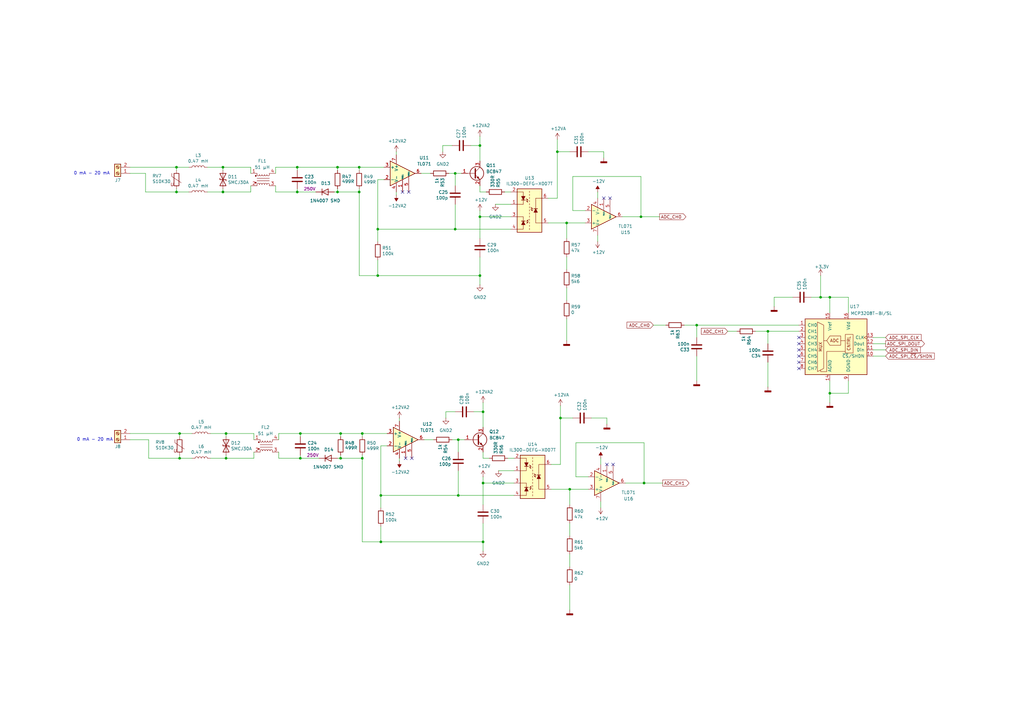
<source format=kicad_sch>
(kicad_sch (version 20250114) (generator "eeschema") (generator_version "9.0")
  (paper "A3")
  (lib_symbols
    (symbol "Amplifier_Operational:TL071" (pin_names (offset 0.127))
      (property "Reference" "U" (at 0 6.35 0))
      (property "Value" "TL071" (at 0 3.81 0))
      (symbol "TL071_1_1"
        (pin input line (at -7.62 2.54 0) (length 2.54) (name "+") (number "3"))
        (pin input line (at -7.62 -2.54 0) (length 2.54) (name "-") (number "2"))
        (pin power_in line (at -2.54 7.62 270) (length 3.81) (name "V+") (number "7"))
        (pin power_in line (at -2.54 -7.62 90) (length 3.81) (name "V-") (number "4"))
        (pin no_connect line (at 0 2.54 270) (length 2.54) (hide yes) (name "NC") (number "8"))
        (pin input line (at 0 -7.62 90) (length 5.08) (name "NULL") (number "1"))
        (pin input line (at 2.54 -7.62 90) (length 6.35) (name "NULL") (number "5"))
        (pin output line (at 7.62 0 180) (length 2.54) (name "~") (number "6"))
      )
    )
    (symbol "Analog_ADC:MCP3208" (pin_names (offset 1.016))
      (property "Reference" "U" (at -5.08 13.335 0))
      (property "Value" "MCP3208" (at -5.08 11.43 0))
      (symbol "MCP3208_0_0"
        (text "MUX" (at -6.35 -1.27 900) (effects (font (size 1.27 1.27))))
        (text "ADC" (at -0.635 1.27 0) (effects (font (size 1.27 1.27))))
        (text "CNTRL" (at 5.969 -2.921 900) (effects (font (size 1.27 1.27)) (justify left bottom)))
      )
      (symbol "MCP3208_1_1"
        (pin input line (at -15.24 7.62 0) (length 2.54) (name "CH0") (number "1"))
        (pin input line (at -15.24 5.08 0) (length 2.54) (name "CH1") (number "2"))
        (pin input line (at -15.24 2.54 0) (length 2.54) (name "CH2") (number "3"))
        (pin input line (at -15.24 0 0) (length 2.54) (name "CH3") (number "4"))
        (pin input line (at -15.24 -2.54 0) (length 2.54) (name "CH4") (number "5"))
        (pin input line (at -15.24 -5.08 0) (length 2.54) (name "CH5") (number "6"))
        (pin input line (at -15.24 -7.62 0) (length 2.54) (name "CH6") (number "7"))
        (pin input line (at -15.24 -10.16 0) (length 2.54) (name "CH7") (number "8"))
        (pin power_in line (at -2.54 12.7 270) (length 2.54) (name "Vref") (number "15"))
        (pin power_in line (at -2.54 -15.24 90) (length 2.54) (name "AGND") (number "14"))
        (pin power_in line (at 5.08 12.7 270) (length 2.54) (name "Vdd") (number "16"))
        (pin power_in line (at 5.08 -15.24 90) (length 2.54) (name "DGND") (number "9"))
        (pin input clock (at 15.24 2.54 180) (length 2.54) (name "CLK") (number "13"))
        (pin output line (at 15.24 0 180) (length 2.54) (name "Dout") (number "12"))
        (pin input line (at 15.24 -2.54 180) (length 2.54) (name "Din") (number "11"))
        (pin input line (at 15.24 -5.08 180) (length 2.54) (name "~{CS}/SHDN") (number "10"))
      )
    )
    (symbol "Connector:Screw_Terminal_01x02" (pin_names (offset 1.016) (hide yes))
      (property "Reference" "J" (at 0 2.54 0))
      (property "Value" "Screw_Terminal_01x02" (at 0 -5.08 0))
      (symbol "Screw_Terminal_01x02_1_1"
        (pin passive line (at -5.08 0 0) (length 3.81) (name "Pin_1") (number "1"))
        (pin passive line (at -5.08 -2.54 0) (length 3.81) (name "Pin_2") (number "2"))
      )
    )
    (symbol "Device:C" (pin_numbers (hide yes)) (pin_names (offset 0.254))
      (property "Reference" "C" (at 0.635 2.54 0))
      (property "Value" "C" (at 0.635 -2.54 0))
      (symbol "C_1_1"
        (pin passive line (at 0 3.81 270) (length 2.794) (name "~") (number "1"))
        (pin passive line (at 0 -3.81 90) (length 2.794) (name "~") (number "2"))
      )
    )
    (symbol "Device:D_TVS" (pin_numbers (hide yes)) (pin_names (offset 1.016) (hide yes))
      (property "Reference" "D" (at 0 2.54 0))
      (property "Value" "D_TVS" (at 0 -2.54 0))
      (symbol "D_TVS_1_1"
        (pin passive line (at -3.81 0 0) (length 2.54) (name "A1") (number "1"))
        (pin passive line (at 3.81 0 180) (length 2.54) (name "A2") (number "2"))
      )
    )
    (symbol "Device:L" (pin_numbers (hide yes)) (pin_names (offset 1.016) (hide yes))
      (property "Reference" "L" (at -1.27 0 90))
      (property "Value" "L" (at 1.905 0 90))
      (symbol "L_1_1"
        (pin passive line (at 0 3.81 270) (length 1.27) (name "1") (number "1"))
        (pin passive line (at 0 -3.81 90) (length 1.27) (name "2") (number "2"))
      )
    )
    (symbol "Device:R" (pin_numbers (hide yes)) (pin_names (offset 0))
      (property "Reference" "R" (at 2.032 0 90))
      (property "Value" "R" (at 0 0 90))
      (symbol "R_1_1"
        (pin passive line (at 0 3.81 270) (length 1.27) (name "~") (number "1"))
        (pin passive line (at 0 -3.81 90) (length 1.27) (name "~") (number "2"))
      )
    )
    (symbol "Device:Varistor" (pin_numbers (hide yes)) (pin_names (offset 0))
      (property "Reference" "RV" (at 3.175 0 90))
      (property "Value" "Varistor" (at -3.175 0 90))
      (symbol "Varistor_0_0"
        (text "U" (at -1.778 -2.032 0) (effects (font (size 1.27 1.27))))
      )
      (symbol "Varistor_1_1"
        (pin passive line (at 0 3.81 270) (length 1.27) (name "~") (number "1"))
        (pin passive line (at 0 -3.81 90) (length 1.27) (name "~") (number "2"))
      )
    )
    (symbol "Diode:1N4007" (pin_numbers (hide yes)) (pin_names (hide yes))
      (property "Reference" "D" (at 0 2.54 0))
      (property "Value" "1N4007" (at 0 -2.54 0))
      (symbol "1N4007_1_1"
        (pin passive line (at -3.81 0 0) (length 2.54) (name "K") (number "1"))
        (pin passive line (at 3.81 0 180) (length 2.54) (name "A") (number "2"))
      )
    )
    (symbol "Isolator_Analog:IL300" (pin_names (offset 1.016))
      (property "Reference" "U" (at -5.08 10.16 0))
      (property "Value" "IL300" (at 0 10.16 0))
      (symbol "IL300_1_1"
        (pin passive line (at -7.62 7.62 0) (length 2.54) (name "~") (number "2"))
        (pin passive line (at -7.62 2.54 0) (length 2.54) (name "~") (number "1"))
        (pin passive line (at -7.62 -2.54 0) (length 2.54) (name "~") (number "3"))
        (pin passive line (at -7.62 -7.62 0) (length 2.54) (name "~") (number "4"))
        (pin no_connect line (at 5.08 2.54 180) (length 2.54) (hide yes) (name "NC") (number "7"))
        (pin no_connect line (at 5.08 0 180) (length 2.54) (hide yes) (name "NC") (number "8"))
        (pin passive line (at 7.62 5.08 180) (length 2.54) (name "~") (number "6"))
        (pin passive line (at 7.62 -5.08 180) (length 2.54) (name "~") (number "5"))
      )
    )
    (symbol "Transistor_BJT:BC847" (pin_names (offset 0) (hide yes))
      (property "Reference" "Q" (at 5.08 1.905 0))
      (property "Value" "BC847" (at 5.08 0 0))
      (symbol "BC847_1_1"
        (pin input line (at -5.08 0 0) (length 2.54) (name "B") (number "1"))
        (pin passive line (at 2.54 5.08 270) (length 2.54) (name "C") (number "3"))
        (pin passive line (at 2.54 -5.08 90) (length 2.54) (name "E") (number "2"))
      )
    )
    (symbol "power:+12V" (power) (pin_numbers (hide yes)) (pin_names (offset 0) (hide yes))
      (property "Value" "+12V" (at 0 3.556 0))
      (symbol "+12V_1_1"
        (pin power_in line (at 0 0 90) (length 0) (name "~") (number "1"))
      )
    )
    (symbol "power:+12VA" (power) (pin_numbers (hide yes)) (pin_names (offset 0) (hide yes))
      (property "Value" "+12VA" (at 0 3.556 0))
      (symbol "+12VA_1_1"
        (pin power_in line (at 0 0 90) (length 0) (name "~") (number "1"))
      )
    )
    (symbol "power:+3.3VADC" (power) (pin_numbers (hide yes)) (pin_names (offset 0) (hide yes))
      (property "Value" "+3.3VADC" (at 0 3.556 0))
      (symbol "+3.3VADC_0_0"
        (pin power_in line (at 0 0 90) (length 0) (name "~") (number "1"))
      )
    )
    (symbol "power:-12V" (power) (pin_numbers (hide yes)) (pin_names (offset 0) (hide yes))
      (property "Value" "-12V" (at 0 3.556 0))
      (symbol "-12V_0_0"
        (pin power_in line (at 0 0 90) (length 0) (name "~") (number "1"))
      )
    )
    (symbol "power:-12VA" (power) (pin_numbers (hide yes)) (pin_names (offset 0) (hide yes))
      (property "Value" "-12VA" (at 0 3.556 0))
      (symbol "-12VA_0_0"
        (pin power_in line (at 0 0 90) (length 0) (name "~") (number "1"))
      )
    )
    (symbol "power:GND2" (power) (pin_numbers (hide yes)) (pin_names (offset 0) (hide yes))
      (property "Value" "GND2" (at 0 -3.81 0))
      (symbol "GND2_1_1"
        (pin power_in line (at 0 0 270) (length 0) (name "~") (number "1"))
      )
    )
    (symbol "power:GNDD" (power) (pin_numbers (hide yes)) (pin_names (offset 0) (hide yes))
      (property "Value" "GNDD" (at 0 -3.175 0))
      (symbol "GNDD_1_1"
        (pin power_in line (at 0 0 270) (length 0) (name "~") (number "1"))
      )
    )
    (symbol "project:EMI_Filter_CommonMode" (pin_names (offset 0.254) (hide yes))
      (property "Reference" "FL1" (at 0 9.144 0))
      (property "Value" "51 µH" (at 1.27 7.112 0))
      (symbol "EMI_Filter_CommonMode_1_1"
        (pin passive line (at -5.08 2.54 0) (length 2.54) (name "1") (number "1"))
        (pin passive line (at -5.08 -2.54 0) (length 2.54) (name "2") (number "2"))
        (pin passive line (at 5.08 2.54 180) (length 2.54) (name "4") (number "4"))
        (pin passive line (at 5.08 -2.54 180) (length 2.54) (name "3") (number "3"))
      )
    )
  )
  (text "0 mA - 20 mA\n" (at 30.226 71.882 0) (effects (font (size 1.27 1.27)) (justify left bottom)))
  (text "0 mA - 20 mA\n" (at 31.496 181.102 0) (effects (font (size 1.27 1.27)) (justify left bottom)))
  (junction (at 148.59 187.96))
  (junction (at 196.85 88.9))
  (junction (at 156.21 222.25))
  (junction (at 285.75 133.35))
  (junction (at 187.96 203.2))
  (junction (at 121.92 78.74))
  (junction (at 92.71 177.8))
  (junction (at 123.19 177.8))
  (junction (at 123.19 187.96))
  (junction (at 314.96 135.89))
  (junction (at 198.12 168.91))
  (junction (at 232.41 91.44))
  (junction (at 154.94 93.98))
  (junction (at 73.66 177.8))
  (junction (at 187.96 180.34))
  (junction (at 198.12 222.25))
  (junction (at 186.69 93.98))
  (junction (at 262.89 88.9))
  (junction (at 92.71 187.96))
  (junction (at 147.32 68.58))
  (junction (at 73.66 187.96))
  (junction (at 91.44 78.74))
  (junction (at 121.92 68.58))
  (junction (at 148.59 177.8))
  (junction (at 228.6 62.23))
  (junction (at 139.7 177.8))
  (junction (at 196.85 59.69))
  (junction (at 147.32 78.74))
  (junction (at 186.69 71.12))
  (junction (at 196.85 113.03))
  (junction (at 264.16 198.12))
  (junction (at 340.36 121.92))
  (junction (at 233.68 200.66))
  (junction (at 340.36 161.29))
  (junction (at 138.43 78.74))
  (junction (at 72.39 68.58))
  (junction (at 156.21 203.2))
  (junction (at 198.12 198.12))
  (junction (at 139.7 187.96))
  (junction (at 138.43 68.58))
  (junction (at 229.87 171.45))
  (junction (at 154.94 113.03))
  (junction (at 91.44 68.58))
  (junction (at 336.55 121.92))
  (junction (at 72.39 78.74))
  (no_connect (at 248.92 190.5))
  (no_connect (at 165.1 78.74))
  (no_connect (at 327.66 143.51))
  (no_connect (at 327.66 140.97))
  (no_connect (at 166.37 187.96))
  (no_connect (at 167.64 78.74))
  (no_connect (at 247.65 81.28))
  (no_connect (at 168.91 187.96))
  (no_connect (at 327.66 151.13))
  (no_connect (at 250.19 81.28))
  (no_connect (at 327.66 138.43))
  (no_connect (at 251.46 190.5))
  (no_connect (at 327.66 146.05))
  (no_connect (at 327.66 148.59))
  (wire (pts (xy 156.21 222.25) (xy 198.12 222.25)))
  (wire (pts (xy 72.39 77.47) (xy 72.39 78.74)))
  (wire (pts (xy 233.68 62.23) (xy 228.6 62.23)))
  (wire (pts (xy 137.16 78.74) (xy 138.43 78.74)))
  (wire (pts (xy 255.27 88.9) (xy 262.89 88.9)))
  (wire (pts (xy 114.3 187.96) (xy 123.19 187.96)))
  (wire (pts (xy 193.04 59.69) (xy 196.85 59.69)))
  (wire (pts (xy 347.98 128.27) (xy 347.98 121.92)))
  (wire (pts (xy 209.55 93.98) (xy 186.69 93.98)))
  (wire (pts (xy 209.55 88.9) (xy 196.85 88.9)))
  (wire (pts (xy 156.21 215.9) (xy 156.21 222.25)))
  (wire (pts (xy 72.39 69.85) (xy 72.39 68.58)))
  (wire (pts (xy 138.43 78.74) (xy 147.32 78.74)))
  (wire (pts (xy 229.87 190.5) (xy 229.87 171.45)))
  (wire (pts (xy 200.66 187.96) (xy 198.12 187.96)))
  (wire (pts (xy 340.36 121.92) (xy 336.55 121.92)))
  (wire (pts (xy 264.16 181.61) (xy 236.22 181.61)))
  (wire (pts (xy 198.12 168.91) (xy 198.12 175.26)))
  (wire (pts (xy 194.31 168.91) (xy 198.12 168.91)))
  (wire (pts (xy 163.83 171.45) (xy 163.83 172.72)))
  (wire (pts (xy 156.21 182.88) (xy 156.21 203.2)))
  (wire (pts (xy 148.59 222.25) (xy 156.21 222.25)))
  (wire (pts (xy 198.12 198.12) (xy 198.12 195.58)))
  (wire (pts (xy 256.54 198.12) (xy 264.16 198.12)))
  (wire (pts (xy 285.75 133.35) (xy 280.67 133.35)))
  (wire (pts (xy 248.92 171.45) (xy 248.92 173.99)))
  (wire (pts (xy 347.98 156.21) (xy 347.98 161.29)))
  (wire (pts (xy 139.7 187.96) (xy 148.59 187.96)))
  (wire (pts (xy 246.38 208.28) (xy 246.38 205.74)))
  (wire (pts (xy 234.95 72.39) (xy 234.95 86.36)))
  (wire (pts (xy 340.36 161.29) (xy 340.36 165.1)))
  (wire (pts (xy 232.41 110.49) (xy 232.41 105.41)))
  (wire (pts (xy 182.88 168.91) (xy 182.88 171.45)))
  (wire (pts (xy 325.12 121.92) (xy 317.5 121.92)))
  (wire (pts (xy 85.09 78.74) (xy 91.44 78.74)))
  (wire (pts (xy 196.85 88.9) (xy 196.85 86.36)))
  (wire (pts (xy 154.94 106.68) (xy 154.94 113.03)))
  (wire (pts (xy 240.03 91.44) (xy 232.41 91.44)))
  (wire (pts (xy 86.36 177.8) (xy 92.71 177.8)))
  (wire (pts (xy 236.22 181.61) (xy 236.22 195.58)))
  (wire (pts (xy 190.5 180.34) (xy 187.96 180.34)))
  (wire (pts (xy 91.44 78.74) (xy 91.44 77.47)))
  (wire (pts (xy 148.59 187.96) (xy 148.59 186.69)))
  (wire (pts (xy 285.75 133.35) (xy 327.66 133.35)))
  (wire (pts (xy 147.32 78.74) (xy 147.32 77.47)))
  (wire (pts (xy 158.75 182.88) (xy 156.21 182.88)))
  (wire (pts (xy 241.3 62.23) (xy 247.65 62.23)))
  (wire (pts (xy 336.55 121.92) (xy 332.74 121.92)))
  (wire (pts (xy 270.51 88.9) (xy 262.89 88.9)))
  (wire (pts (xy 176.53 71.12) (xy 172.72 71.12)))
  (wire (pts (xy 198.12 222.25) (xy 198.12 214.63)))
  (wire (pts (xy 247.65 62.23) (xy 247.65 64.77)))
  (wire (pts (xy 262.89 88.9) (xy 262.89 72.39)))
  (wire (pts (xy 86.36 187.96) (xy 92.71 187.96)))
  (wire (pts (xy 139.7 177.8) (xy 139.7 179.07)))
  (wire (pts (xy 130.81 187.96) (xy 123.19 187.96)))
  (wire (pts (xy 347.98 161.29) (xy 340.36 161.29)))
  (wire (pts (xy 73.66 179.07) (xy 73.66 177.8)))
  (wire (pts (xy 185.42 59.69) (xy 181.61 59.69)))
  (wire (pts (xy 92.71 177.8) (xy 104.14 177.8)))
  (wire (pts (xy 60.96 187.96) (xy 73.66 187.96)))
  (wire (pts (xy 209.55 78.74) (xy 207.01 78.74)))
  (wire (pts (xy 226.06 190.5) (xy 229.87 190.5)))
  (wire (pts (xy 209.55 83.82) (xy 203.2 83.82)))
  (wire (pts (xy 72.39 68.58) (xy 77.47 68.58)))
  (wire (pts (xy 358.14 143.51) (xy 363.22 143.51)))
  (wire (pts (xy 187.96 180.34) (xy 185.42 180.34)))
  (wire (pts (xy 232.41 97.79) (xy 232.41 91.44)))
  (wire (pts (xy 156.21 203.2) (xy 156.21 208.28)))
  (wire (pts (xy 73.66 177.8) (xy 78.74 177.8)))
  (wire (pts (xy 186.69 168.91) (xy 182.88 168.91)))
  (wire (pts (xy 114.3 185.42) (xy 114.3 187.96)))
  (wire (pts (xy 91.44 68.58) (xy 102.87 68.58)))
  (wire (pts (xy 199.39 78.74) (xy 196.85 78.74)))
  (wire (pts (xy 196.85 113.03) (xy 196.85 116.84)))
  (wire (pts (xy 228.6 81.28) (xy 228.6 62.23)))
  (wire (pts (xy 113.03 76.2) (xy 113.03 78.74)))
  (wire (pts (xy 210.82 203.2) (xy 187.96 203.2)))
  (wire (pts (xy 187.96 193.04) (xy 187.96 203.2)))
  (wire (pts (xy 229.87 171.45) (xy 229.87 166.37)))
  (wire (pts (xy 186.69 71.12) (xy 184.15 71.12)))
  (wire (pts (xy 73.66 187.96) (xy 78.74 187.96)))
  (wire (pts (xy 264.16 198.12) (xy 264.16 181.61)))
  (wire (pts (xy 154.94 113.03) (xy 196.85 113.03)))
  (wire (pts (xy 196.85 78.74) (xy 196.85 76.2)))
  (wire (pts (xy 177.8 180.34) (xy 173.99 180.34)))
  (wire (pts (xy 245.11 81.28) (xy 245.11 78.74)))
  (wire (pts (xy 245.11 99.06) (xy 245.11 96.52)))
  (wire (pts (xy 358.14 138.43) (xy 363.22 138.43)))
  (wire (pts (xy 147.32 113.03) (xy 147.32 78.74)))
  (wire (pts (xy 114.3 177.8) (xy 123.19 177.8)))
  (wire (pts (xy 53.34 68.58) (xy 72.39 68.58)))
  (wire (pts (xy 148.59 179.07) (xy 148.59 177.8)))
  (wire (pts (xy 187.96 203.2) (xy 156.21 203.2)))
  (wire (pts (xy 271.78 198.12) (xy 264.16 198.12)))
  (wire (pts (xy 198.12 187.96) (xy 198.12 185.42)))
  (wire (pts (xy 210.82 193.04) (xy 204.47 193.04)))
  (wire (pts (xy 186.69 76.2) (xy 186.69 71.12)))
  (wire (pts (xy 186.69 93.98) (xy 154.94 93.98)))
  (wire (pts (xy 163.83 189.23) (xy 163.83 187.96)))
  (wire (pts (xy 181.61 59.69) (xy 181.61 62.23)))
  (wire (pts (xy 246.38 190.5) (xy 246.38 187.96)))
  (wire (pts (xy 240.03 86.36) (xy 234.95 86.36)))
  (wire (pts (xy 138.43 68.58) (xy 147.32 68.58)))
  (wire (pts (xy 314.96 135.89) (xy 309.88 135.89)))
  (wire (pts (xy 189.23 71.12) (xy 186.69 71.12)))
  (wire (pts (xy 241.3 200.66) (xy 233.68 200.66)))
  (wire (pts (xy 53.34 177.8) (xy 73.66 177.8)))
  (wire (pts (xy 154.94 73.66) (xy 154.94 93.98)))
  (wire (pts (xy 196.85 113.03) (xy 196.85 105.41)))
  (wire (pts (xy 196.85 55.88) (xy 196.85 59.69)))
  (wire (pts (xy 232.41 91.44) (xy 224.79 91.44)))
  (wire (pts (xy 104.14 187.96) (xy 104.14 185.42)))
  (wire (pts (xy 92.71 177.8) (xy 92.71 179.07)))
  (wire (pts (xy 224.79 81.28) (xy 228.6 81.28)))
  (wire (pts (xy 73.66 186.69) (xy 73.66 187.96)))
  (wire (pts (xy 358.14 146.05) (xy 363.22 146.05)))
  (wire (pts (xy 104.14 177.8) (xy 104.14 180.34)))
  (wire (pts (xy 210.82 187.96) (xy 208.28 187.96)))
  (wire (pts (xy 147.32 68.58) (xy 157.48 68.58)))
  (wire (pts (xy 233.68 207.01) (xy 233.68 200.66)))
  (wire (pts (xy 53.34 180.34) (xy 60.96 180.34)))
  (wire (pts (xy 262.89 72.39) (xy 234.95 72.39)))
  (wire (pts (xy 234.95 171.45) (xy 229.87 171.45)))
  (wire (pts (xy 186.69 83.82) (xy 186.69 93.98)))
  (wire (pts (xy 358.14 140.97) (xy 363.22 140.97)))
  (wire (pts (xy 233.68 227.33) (xy 233.68 232.41)))
  (wire (pts (xy 228.6 62.23) (xy 228.6 57.15)))
  (wire (pts (xy 273.05 133.35) (xy 267.97 133.35)))
  (wire (pts (xy 85.09 68.58) (xy 91.44 68.58)))
  (wire (pts (xy 138.43 68.58) (xy 138.43 69.85)))
  (wire (pts (xy 314.96 140.97) (xy 314.96 135.89)))
  (wire (pts (xy 123.19 186.69) (xy 123.19 187.96)))
  (wire (pts (xy 198.12 207.01) (xy 198.12 198.12)))
  (wire (pts (xy 102.87 78.74) (xy 102.87 76.2)))
  (wire (pts (xy 129.54 78.74) (xy 121.92 78.74)))
  (wire (pts (xy 196.85 97.79) (xy 196.85 88.9)))
  (wire (pts (xy 92.71 187.96) (xy 92.71 186.69)))
  (wire (pts (xy 285.75 138.43) (xy 285.75 133.35)))
  (wire (pts (xy 148.59 222.25) (xy 148.59 187.96)))
  (wire (pts (xy 113.03 68.58) (xy 121.92 68.58)))
  (wire (pts (xy 138.43 77.47) (xy 138.43 78.74)))
  (wire (pts (xy 242.57 171.45) (xy 248.92 171.45)))
  (wire (pts (xy 232.41 130.81) (xy 232.41 139.7)))
  (wire (pts (xy 102.87 68.58) (xy 102.87 71.12)))
  (wire (pts (xy 317.5 121.92) (xy 317.5 125.73)))
  (wire (pts (xy 340.36 121.92) (xy 347.98 121.92)))
  (wire (pts (xy 196.85 59.69) (xy 196.85 66.04)))
  (wire (pts (xy 154.94 93.98) (xy 154.94 99.06)))
  (wire (pts (xy 162.56 62.23) (xy 162.56 63.5)))
  (wire (pts (xy 138.43 187.96) (xy 139.7 187.96)))
  (wire (pts (xy 91.44 68.58) (xy 91.44 69.85)))
  (wire (pts (xy 53.34 71.12) (xy 59.69 71.12)))
  (wire (pts (xy 121.92 77.47) (xy 121.92 78.74)))
  (wire (pts (xy 336.55 113.03) (xy 336.55 121.92)))
  (wire (pts (xy 285.75 146.05) (xy 285.75 156.21)))
  (wire (pts (xy 302.26 135.89) (xy 298.45 135.89)))
  (wire (pts (xy 121.92 68.58) (xy 138.43 68.58)))
  (wire (pts (xy 147.32 69.85) (xy 147.32 68.58)))
  (wire (pts (xy 113.03 78.74) (xy 121.92 78.74)))
  (wire (pts (xy 241.3 195.58) (xy 236.22 195.58)))
  (wire (pts (xy 187.96 185.42) (xy 187.96 180.34)))
  (wire (pts (xy 340.36 128.27) (xy 340.36 121.92)))
  (wire (pts (xy 139.7 186.69) (xy 139.7 187.96)))
  (wire (pts (xy 314.96 148.59) (xy 314.96 158.75)))
  (wire (pts (xy 92.71 187.96) (xy 104.14 187.96)))
  (wire (pts (xy 157.48 73.66) (xy 154.94 73.66)))
  (wire (pts (xy 147.32 113.03) (xy 154.94 113.03)))
  (wire (pts (xy 327.66 135.89) (xy 314.96 135.89)))
  (wire (pts (xy 121.92 69.85) (xy 121.92 68.58)))
  (wire (pts (xy 113.03 71.12) (xy 113.03 68.58)))
  (wire (pts (xy 210.82 198.12) (xy 198.12 198.12)))
  (wire (pts (xy 123.19 179.07) (xy 123.19 177.8)))
  (wire (pts (xy 60.96 180.34) (xy 60.96 187.96)))
  (wire (pts (xy 123.19 177.8) (xy 139.7 177.8)))
  (wire (pts (xy 114.3 180.34) (xy 114.3 177.8)))
  (wire (pts (xy 59.69 78.74) (xy 72.39 78.74)))
  (wire (pts (xy 198.12 222.25) (xy 198.12 226.06)))
  (wire (pts (xy 233.68 219.71) (xy 233.68 214.63)))
  (wire (pts (xy 198.12 165.1) (xy 198.12 168.91)))
  (wire (pts (xy 148.59 177.8) (xy 158.75 177.8)))
  (wire (pts (xy 233.68 240.03) (xy 233.68 250.19)))
  (wire (pts (xy 91.44 78.74) (xy 102.87 78.74)))
  (wire (pts (xy 340.36 156.21) (xy 340.36 161.29)))
  (wire (pts (xy 162.56 80.01) (xy 162.56 78.74)))
  (wire (pts (xy 233.68 200.66) (xy 226.06 200.66)))
  (wire (pts (xy 139.7 177.8) (xy 148.59 177.8)))
  (wire (pts (xy 232.41 118.11) (xy 232.41 123.19)))
  (wire (pts (xy 72.39 78.74) (xy 77.47 78.74)))
  (wire (pts (xy 59.69 71.12) (xy 59.69 78.74)))
  (global_label "ADC_SPI_DOUT" (shape output) (at 363.22 140.97 0) (property "Intersheetrefs" "${INTERSHEET_REFS}" (effects (hide yes))))
  (global_label "ADC_CH1" (shape input) (at 298.45 135.89 180) (property "Intersheetrefs" "${INTERSHEET_REFS}" (effects (hide yes))))
  (global_label "ADC_SPI_DIN" (shape input) (at 363.22 143.51 0) (property "Intersheetrefs" "${INTERSHEET_REFS}" (effects (hide yes))))
  (global_label "ADC_SPI_~{CS}{slash}SHDN" (shape input) (at 363.22 146.05 0) (property "Intersheetrefs" "${INTERSHEET_REFS}" (effects (hide yes))))
  (global_label "ADC_CH1" (shape output) (at 271.78 198.12 0) (property "Intersheetrefs" "${INTERSHEET_REFS}" (effects (hide yes))))
  (global_label "ADC_CH0" (shape input) (at 267.97 133.35 180) (property "Intersheetrefs" "${INTERSHEET_REFS}" (effects (hide yes))))
  (global_label "ADC_CH0" (shape output) (at 270.51 88.9 0) (property "Intersheetrefs" "${INTERSHEET_REFS}" (effects (hide yes))))
  (global_label "ADC_SPI_CLK" (shape input) (at 363.22 138.43 0) (property "Intersheetrefs" "${INTERSHEET_REFS}" (effects (hide yes))))
  (symbol (lib_id "Device:L") (at 81.28 68.58 270) (mirror x) (unit 1)
    (property "Reference" "L3" (at 81.28 63.754 90))
    (property "Value" "0.47 mH" (at 81.28 66.0654 90))
    (property "Footprint" "Inductor_THT:L_Radial_D7.8mm_P5.00mm_Fastron_07HCP" (effects (hide yes)))
    (property "Order code Farnell" "1077034" (effects (hide yes)))
  )
  (symbol (lib_id "power:GND2") (at 196.85 116.84 0) (unit 1)
    (property "Reference" "#PWR080" (effects (hide yes)))
    (property "Value" "GND2" (at 196.85 121.92 0))
    (property "Description" "Power symbol creates a global label with name \"GND2\" , ground" (effects (hide yes)))
  )
  (symbol (lib_id "Device:C") (at 328.93 121.92 270) (unit 1)
    (property "Reference" "C35" (at 327.7616 118.999 0) (effects (justify right)))
    (property "Value" "100n" (at 330.073 118.999 0) (effects (justify right)))
    (property "Footprint" "Capacitor_SMD:C_1206_3216Metric" (effects (hide yes)))
    (property "Order code Farnell" "2905763" (effects (hide yes)))
  )
  (symbol (lib_id "Device:L") (at 82.55 177.8 270) (mirror x) (unit 1)
    (property "Reference" "L5" (at 82.55 172.974 90))
    (property "Value" "0.47 mH" (at 82.55 175.2854 90))
    (property "Footprint" "Inductor_THT:L_Radial_D7.8mm_P5.00mm_Fastron_07HCP" (effects (hide yes)))
    (property "Order code Farnell" "1077034" (effects (hide yes)))
  )
  (symbol (lib_id "Device:L") (at 81.28 78.74 270) (mirror x) (unit 1)
    (property "Reference" "L4" (at 81.28 73.914 90))
    (property "Value" "0.47 mH" (at 81.28 76.2254 90))
    (property "Footprint" "Inductor_THT:L_Radial_D7.8mm_P5.00mm_Fastron_07HCP" (effects (hide yes)))
    (property "Order code Farnell" "1077034" (effects (hide yes)))
  )
  (symbol (lib_id "power:+12V") (at 198.12 165.1 0) (unit 1)
    (property "Reference" "#PWR081" (effects (hide yes)))
    (property "Value" "+12VA2" (at 198.501 160.7058 0))
  )
  (symbol (lib_id "Amplifier_Operational:TL071") (at 248.92 198.12 0) (mirror x) (unit 1)
    (property "Reference" "U16" (at 257.81 204.5402 0))
    (property "Value" "TL071" (at 257.81 202.0002 0))
    (property "Footprint" "Package_SO:SOIC-8_3.9x4.9mm_P1.27mm" (effects (hide yes)))
    (property "Datasheet" "http://www.ti.com/lit/ds/symlink/tl071.pdf" (effects (hide yes)))
    (property "Description" "Single Low-Noise JFET-Input Operational Amplifiers, DIP-8/SOIC-8" (effects (hide yes)))
    (property "Order code Farnell" "3130164" (effects (hide yes)))
  )
  (symbol (lib_id "power:GNDD") (at 340.36 165.1 0) (unit 1)
    (property "Reference" "#PWR0100" (effects (hide yes)))
    (property "Value" "GNDD" (effects (hide yes)))
  )
  (symbol (lib_id "power:GNDD") (at 248.92 173.99 0) (unit 1)
    (property "Reference" "#PWR095" (effects (hide yes)))
    (property "Value" "GNDD" (effects (hide yes)))
  )
  (symbol (lib_id "Device:R") (at 232.41 101.6 0) (unit 1)
    (property "Reference" "R57" (at 234.188 100.4316 0) (effects (justify left)))
    (property "Value" "47k" (at 234.188 102.743 0) (effects (justify left)))
    (property "Footprint" "Capacitor_SMD:C_1206_3216Metric" (effects (hide yes)))
    (property "Order code Farnell" "1632580" (effects (hide yes)))
  )
  (symbol (lib_id "Device:C") (at 198.12 210.82 180) (unit 1)
    (property "Reference" "C30" (at 201.041 209.6516 0) (effects (justify right)))
    (property "Value" "100n" (at 201.041 211.963 0) (effects (justify right)))
    (property "Footprint" "Resistor_SMD:R_1206_3216Metric" (effects (hide yes)))
    (property "Order code Farnell" "2905763" (effects (hide yes)))
  )
  (symbol (lib_id "power:+12V") (at 163.83 171.45 0) (unit 1)
    (property "Reference" "#PWR074" (effects (hide yes)))
    (property "Value" "+12VA2" (at 164.211 167.0558 0))
  )
  (symbol (lib_id "power:GNDD") (at 317.5 125.73 0) (unit 1)
    (property "Reference" "#PWR098" (effects (hide yes)))
    (property "Value" "GNDD" (effects (hide yes)))
  )
  (symbol (lib_id "Device:C") (at 186.69 80.01 0) (mirror y) (unit 1)
    (property "Reference" "C25" (at 183.769 78.8416 0) (effects (justify left)))
    (property "Value" "100p" (at 183.769 81.153 0) (effects (justify left)))
    (property "Footprint" "Capacitor_SMD:C_1206_3216Metric" (effects (hide yes)))
    (property "Order code Farnell" "3924150" (effects (hide yes)))
  )
  (symbol (lib_id "Device:Varistor") (at 72.39 73.66 0) (unit 1)
    (property "Reference" "RV7" (at 62.484 72.136 0) (effects (justify left)))
    (property "Value" "S10K30" (at 62.484 74.422 0) (effects (justify left)))
    (property "Footprint" "Varistor:RV_Disc_D12mm_W5.1mm_P7.5mm" (effects (hide yes)))
    (property "Description" "Levyn halkaisija (disc diameter): nimellinen 10 mm, maksimi ~12,5 mm (usein ilmoitetaan max Ø12.5 mm toleransseineen). Paksuus (body thickness): tyypillisesti max 4–5 mm (riippuen tarkasta variantista, usein ~4,5 mm). Liitinväli (lead spacing / pitch, e): yleensä 7,5 mm (e ±1 mm). Liittimen halkaisija: ~0,8 mm." (effects (hide yes)))
    (property "Order code Farnell" "1004274" (effects (hide yes)))
  )
  (symbol (lib_id "power:+12V") (at 162.56 62.23 0) (unit 1)
    (property "Reference" "#PWR072" (effects (hide yes)))
    (property "Value" "+12VA2" (at 162.941 57.8358 0))
  )
  (symbol (lib_id "Amplifier_Operational:TL071") (at 247.65 88.9 0) (mirror x) (unit 1)
    (property "Reference" "U15" (at 256.54 95.3202 0))
    (property "Value" "TL071" (at 256.54 92.7802 0))
    (property "Footprint" "Package_SO:SOIC-8_3.9x4.9mm_P1.27mm" (effects (hide yes)))
    (property "Datasheet" "http://www.ti.com/lit/ds/symlink/tl071.pdf" (effects (hide yes)))
    (property "Description" "Single Low-Noise JFET-Input Operational Amplifiers, DIP-8/SOIC-8" (effects (hide yes)))
    (property "Order code Farnell" "3130164" (effects (hide yes)))
  )
  (symbol (lib_id "Amplifier_Operational:TL071") (at 165.1 71.12 0) (unit 1)
    (property "Reference" "U11" (at 173.99 64.6998 0))
    (property "Value" "TL071" (at 173.99 67.2398 0))
    (property "Footprint" "Package_SO:SOIC-8_3.9x4.9mm_P1.27mm" (effects (hide yes)))
    (property "Datasheet" "http://www.ti.com/lit/ds/symlink/tl071.pdf" (effects (hide yes)))
    (property "Description" "Single Low-Noise JFET-Input Operational Amplifiers, DIP-8/SOIC-8" (effects (hide yes)))
    (property "Order code Farnell" "3130164" (effects (hide yes)))
  )
  (symbol (lib_id "Device:R") (at 204.47 187.96 90) (mirror x) (unit 1)
    (property "Reference" "R56" (at 205.6384 186.182 0) (effects (justify right)))
    (property "Value" "330R" (at 203.327 186.182 0) (effects (justify right)))
    (property "Footprint" "Resistor_SMD:R_1020_2550Metric" (effects (hide yes)))
    (property "Order code Farnell" "4207498" (effects (hide yes)))
    (property "Power" "2W" (effects (hide yes)))
  )
  (symbol (lib_id "project:EMI_Filter_CommonMode") (at 109.22 182.88 0) (unit 1)
    (property "Reference" "FL2" (at 108.839 175.26 0))
    (property "Value" "51 µH" (at 108.839 177.8 0))
    (property "Footprint" "Inductor_SMD:L_CommonMode_Wuerth_WE-SL2" (effects (hide yes)))
    (property "Description" "Filter, Line, Common Mode, 51 µH" (effects (hide yes)))
    (property "Order code Farnell" "744242510" (effects (hide yes)))
  )
  (symbol (lib_id "power:GND2") (at 203.2 83.82 0) (unit 1)
    (property "Reference" "#PWR084" (effects (hide yes)))
    (property "Value" "GND2" (at 203.2 88.9 0))
    (property "Description" "Power symbol creates a global label with name \"GND2\" , ground" (effects (hide yes)))
  )
  (symbol (lib_id "power:-12VA") (at 245.11 78.74 0) (unit 1)
    (property "Reference" "#PWR090" (effects (hide yes)))
    (property "Value" "-12V" (at 245.491 74.3458 0))
  )
  (symbol (lib_id "Device:D_TVS") (at 91.44 73.66 270) (unit 1)
    (property "Reference" "D11" (at 93.4466 72.4916 90) (effects (justify left)))
    (property "Value" "SMCJ30A" (at 93.4466 74.803 90) (effects (justify left)))
    (property "Footprint" "Diode_SMD:D_SMC" (effects (hide yes)))
    (property "Description" "SMCJ33A-TR" (effects (hide yes)))
    (property "Order code Farnell" "1689286" (effects (hide yes)))
  )
  (symbol (lib_id "power:GND2") (at 198.12 226.06 0) (unit 1)
    (property "Reference" "#PWR083" (effects (hide yes)))
    (property "Value" "GND2" (at 198.12 231.14 0))
    (property "Description" "Power symbol creates a global label with name \"GND2\" , ground" (effects (hide yes)))
  )
  (symbol (lib_id "power:-12V") (at 163.83 189.23 0) (mirror x) (unit 1)
    (property "Reference" "#PWR075" (effects (hide yes)))
    (property "Value" "-12VA2" (at 164.211 193.6242 0))
  )
  (symbol (lib_id "Transistor_BJT:BC847") (at 194.31 71.12 0) (unit 1)
    (property "Reference" "Q11" (at 199.39 67.818 0) (effects (justify left)))
    (property "Value" "BC847" (at 199.39 70.358 0) (effects (justify left)))
    (property "Footprint" "Package_TO_SOT_SMD:SOT-23" (effects (hide yes)))
    (property "Datasheet" "http://www.infineon.com/dgdl/Infineon-BC847SERIES_BC848SERIES_BC849SERIES_BC850SERIES-DS-v01_01-en.pdf?fileId=db3a304314dca389011541d4630a1657" (effects (hide yes)))
    (property "Description" "0.1A Ic, 45V Vce, NPN Transistor, SOT-23" (effects (hide yes)))
    (property "Order code Farnell" "1081237" (effects (hide yes)))
  )
  (symbol (lib_id "power:GND2") (at 182.88 171.45 0) (unit 1)
    (property "Reference" "#PWR077" (effects (hide yes)))
    (property "Value" "GND2" (at 182.88 176.53 0))
    (property "Description" "Power symbol creates a global label with name \"GND2\" , ground" (effects (hide yes)))
  )
  (symbol (lib_id "power:+12VA") (at 229.87 166.37 0) (unit 1)
    (property "Reference" "#PWR087" (effects (hide yes)))
    (property "Value" "+12VA" (at 230.251 161.9758 0))
  )
  (symbol (lib_id "power:GND2") (at 204.47 193.04 0) (unit 1)
    (property "Reference" "#PWR085" (effects (hide yes)))
    (property "Value" "GND2" (at 204.47 198.12 0))
    (property "Description" "Power symbol creates a global label with name \"GND2\" , ground" (effects (hide yes)))
  )
  (symbol (lib_id "Transistor_BJT:BC847") (at 195.58 180.34 0) (unit 1)
    (property "Reference" "Q12" (at 200.66 177.038 0) (effects (justify left)))
    (property "Value" "BC847" (at 200.66 179.578 0) (effects (justify left)))
    (property "Footprint" "Package_TO_SOT_SMD:SOT-23" (effects (hide yes)))
    (property "Datasheet" "http://www.infineon.com/dgdl/Infineon-BC847SERIES_BC848SERIES_BC849SERIES_BC850SERIES-DS-v01_01-en.pdf?fileId=db3a304314dca389011541d4630a1657" (effects (hide yes)))
    (property "Description" "0.1A Ic, 45V Vce, NPN Transistor, SOT-23" (effects (hide yes)))
    (property "Order code Farnell" "1081237" (effects (hide yes)))
  )
  (symbol (lib_id "Device:C") (at 187.96 189.23 0) (mirror y) (unit 1)
    (property "Reference" "C26" (at 185.039 188.0616 0) (effects (justify left)))
    (property "Value" "100p" (at 185.039 190.373 0) (effects (justify left)))
    (property "Footprint" "Capacitor_SMD:C_1206_3216Metric" (effects (hide yes)))
    (property "Order code Farnell" "3924150" (effects (hide yes)))
  )
  (symbol (lib_id "Device:L") (at 82.55 187.96 270) (mirror x) (unit 1)
    (property "Reference" "L6" (at 82.55 183.134 90))
    (property "Value" "0.47 mH" (at 82.55 185.4454 90))
    (property "Footprint" "Inductor_THT:L_Radial_D7.8mm_P5.00mm_Fastron_07HCP" (effects (hide yes)))
    (property "Order code Farnell" "1077034" (effects (hide yes)))
  )
  (symbol (lib_id "Device:R") (at 139.7 182.88 0) (unit 1)
    (property "Reference" "R48" (at 141.478 181.7116 0) (effects (justify left)))
    (property "Value" "499R" (at 141.478 183.642 0) (effects (justify left)))
    (property "Footprint" "Resistor_SMD:R_1206_3216Metric" (effects (hide yes)))
    (property "Description" "SMD Chip Resistor, 499 ohm, ± 1%, 2 W" (effects (hide yes)))
    (property "Order code Farnell" "4171632RL" (effects (hide yes)))
  )
  (symbol (lib_id "Device:D_TVS") (at 92.71 182.88 270) (unit 1)
    (property "Reference" "D12" (at 94.7166 181.7116 90) (effects (justify left)))
    (property "Value" "SMCJ30A" (at 94.7166 184.023 90) (effects (justify left)))
    (property "Footprint" "Diode_SMD:D_SMC" (effects (hide yes)))
    (property "Description" "SMCJ33A-TR" (effects (hide yes)))
    (property "Order code Farnell" "1689286" (effects (hide yes)))
  )
  (symbol (lib_id "Device:Varistor") (at 73.66 182.88 0) (unit 1)
    (property "Reference" "RV8" (at 63.754 181.356 0) (effects (justify left)))
    (property "Value" "S10K30" (at 63.754 183.642 0) (effects (justify left)))
    (property "Footprint" "Varistor:RV_Disc_D12mm_W5.1mm_P7.5mm" (effects (hide yes)))
    (property "Description" "Levyn halkaisija (disc diameter): nimellinen 10 mm, maksimi ~12,5 mm (usein ilmoitetaan max Ø12.5 mm toleransseineen). Paksuus (body thickness): tyypillisesti max 4–5 mm (riippuen tarkasta variantista, usein ~4,5 mm). Liitinväli (lead spacing / pitch, e): yleensä 7,5 mm (e ±1 mm). Liittimen halkaisija: ~0,8 mm." (effects (hide yes)))
    (property "Order code Farnell" "1004274" (effects (hide yes)))
  )
  (symbol (lib_id "power:+12V") (at 196.85 55.88 0) (unit 1)
    (property "Reference" "#PWR078" (effects (hide yes)))
    (property "Value" "+12VA2" (at 197.231 51.4858 0))
  )
  (symbol (lib_id "Device:R") (at 147.32 73.66 0) (unit 1)
    (property "Reference" "R49" (at 149.098 72.4916 0) (effects (justify left)))
    (property "Value" "499R" (at 149.098 74.676 0) (effects (justify left)))
    (property "Footprint" "Resistor_SMD:R_1206_3216Metric" (effects (hide yes)))
    (property "Description" "SMD Chip Resistor, 499 ohm, ± 1%, 2 W" (effects (hide yes)))
    (property "Order code Farnell" "4171632RL" (effects (hide yes)))
  )
  (symbol (lib_id "power:+12V") (at 198.12 195.58 0) (unit 1)
    (property "Reference" "#PWR082" (effects (hide yes)))
    (property "Value" "+12V" (at 198.501 191.1858 0))
  )
  (symbol (lib_id "Device:R") (at 148.59 182.88 0) (unit 1)
    (property "Reference" "R50" (at 150.368 181.7116 0) (effects (justify left)))
    (property "Value" "499R" (at 150.368 183.896 0) (effects (justify left)))
    (property "Footprint" "Resistor_SMD:R_1206_3216Metric" (effects (hide yes)))
    (property "Description" "SMD Chip Resistor, 499 ohm, ± 1%, 2 W" (effects (hide yes)))
    (property "Order code Farnell" "4171632RL" (effects (hide yes)))
  )
  (symbol (lib_id "Isolator_Analog:IL300") (at 217.17 86.36 0) (unit 1)
    (property "Reference" "U13" (at 217.17 73.025 0))
    (property "Value" "IL300-DEFG-X007T" (at 217.17 75.3364 0))
    (property "Footprint" "Package_DIP:DIP-8_W8.89mm_SMDSocket_LongPads" (effects (hide yes)))
    (property "Datasheet" "http://www.vishay.com/docs/83622/il300.pdf" (effects (hide yes)))
    (property "Order code Farnell" "3777775" (effects (hide yes)))
  )
  (symbol (lib_id "Device:C") (at 285.75 142.24 0) (unit 1)
    (property "Reference" "C33" (at 282.829 143.4084 0) (effects (justify right)))
    (property "Value" "100n" (at 282.829 141.097 0) (effects (justify right)))
    (property "Footprint" "Capacitor_SMD:C_1206_3216Metric" (effects (hide yes)))
    (property "Order code Farnell" "2905763" (effects (hide yes)))
  )
  (symbol (lib_id "power:GNDD") (at 247.65 64.77 0) (unit 1)
    (property "Reference" "#PWR094" (effects (hide yes)))
    (property "Value" "GNDD" (effects (hide yes)))
  )
  (symbol (lib_id "Device:C") (at 237.49 62.23 270) (unit 1)
    (property "Reference" "C31" (at 236.3216 59.309 0) (effects (justify right)))
    (property "Value" "100n" (at 238.633 59.309 0) (effects (justify right)))
    (property "Footprint" "Capacitor_SMD:C_1206_3216Metric" (effects (hide yes)))
    (property "Order code Farnell" "2905763" (effects (hide yes)))
  )
  (symbol (lib_id "Diode:1N4007") (at 134.62 187.96 0) (unit 1)
    (property "Reference" "D14" (at 134.874 184.404 0))
    (property "Value" "1N4007 SMD" (at 134.62 191.516 0))
    (property "Footprint" "Diode_SMD:D_SOD-123" (effects (hide yes)))
    (property "Datasheet" "http://www.vishay.com/docs/88503/1n4001.pdf" (effects (hide yes)))
    (property "Description" "1000V 1A General Purpose Rectifier Diode, DO-41" (effects (hide yes)))
    (property "Sim.Device" "D" (effects (hide yes)))
    (property "Sim.Pins" "1=K 2=A" (effects (hide yes)))
  )
  (symbol (lib_id "Device:C") (at 314.96 144.78 0) (unit 1)
    (property "Reference" "C34" (at 312.039 145.9484 0) (effects (justify right)))
    (property "Value" "100n" (at 312.039 143.637 0) (effects (justify right)))
    (property "Footprint" "Capacitor_SMD:C_1206_3216Metric" (effects (hide yes)))
    (property "Order code Farnell" "2905763" (effects (hide yes)))
  )
  (symbol (lib_id "Analog_ADC:MCP3208") (at 342.9 140.97 0) (unit 1)
    (property "Reference" "U17" (at 350.52 125.73 0))
    (property "Value" "MCP3208T-BI/SL" (at 357.378 128.524 0))
    (property "Footprint" "Package_SO:SOIC-16W_5.3x10.2mm_P1.27mm" (effects (hide yes)))
    (property "Datasheet" "http://ww1.microchip.com/downloads/en/DeviceDoc/21298c.pdf" (effects (hide yes)))
    (property "Order Number Farnell" "3491021" (effects (hide yes)))
  )
  (symbol (lib_id "Device:R") (at 154.94 102.87 0) (unit 1)
    (property "Reference" "R51" (at 156.718 101.7016 0) (effects (justify left)))
    (property "Value" "100k" (at 156.718 104.013 0) (effects (justify left)))
    (property "Footprint" "Resistor_SMD:R_1206_3216Metric" (effects (hide yes)))
    (property "Order code Farnell" "3769499" (effects (hide yes)))
  )
  (symbol (lib_id "Device:R") (at 233.68 210.82 0) (unit 1)
    (property "Reference" "R60" (at 235.458 209.6516 0) (effects (justify left)))
    (property "Value" "47k" (at 235.458 211.963 0) (effects (justify left)))
    (property "Footprint" "Capacitor_SMD:C_1206_3216Metric" (effects (hide yes)))
    (property "Order code Farnell" "1632580" (effects (hide yes)))
  )
  (symbol (lib_id "power:-12V") (at 162.56 80.01 0) (mirror x) (unit 1)
    (property "Reference" "#PWR073" (effects (hide yes)))
    (property "Value" "-12VA2" (at 162.941 84.4042 0))
  )
  (symbol (lib_id "Device:R") (at 180.34 71.12 90) (unit 1)
    (property "Reference" "R53" (at 181.5084 72.898 0) (effects (justify right)))
    (property "Value" "1k" (at 179.197 72.898 0) (effects (justify right)))
    (property "Footprint" "Diode_SMD:D_1206_3216Metric" (effects (hide yes)))
    (property "Order code Farnell" "3769498" (effects (hide yes)))
  )
  (symbol (lib_id "Device:R") (at 306.07 135.89 90) (unit 1)
    (property "Reference" "R64" (at 307.2384 137.668 0) (effects (justify right)))
    (property "Value" "1k" (at 304.927 137.668 0) (effects (justify right)))
    (property "Footprint" "Diode_SMD:D_1206_3216Metric" (effects (hide yes)))
    (property "Order code Farnell" "3769498" (effects (hide yes)))
  )
  (symbol (lib_id "power:GNDD") (at 232.41 139.7 0) (unit 1)
    (property "Reference" "#PWR088" (effects (hide yes)))
    (property "Value" "GNDD" (effects (hide yes)))
  )
  (symbol (lib_id "Device:R") (at 203.2 78.74 90) (mirror x) (unit 1)
    (property "Reference" "R55" (at 204.3684 76.962 0) (effects (justify right)))
    (property "Value" "330R" (at 202.057 76.962 0) (effects (justify right)))
    (property "Footprint" "Resistor_SMD:R_1020_2550Metric" (effects (hide yes)))
    (property "Order code Farnell" "4207498" (effects (hide yes)))
    (property "Power" "2W" (effects (hide yes)))
  )
  (symbol (lib_id "Diode:1N4007") (at 133.35 78.74 0) (unit 1)
    (property "Reference" "D13" (at 133.604 75.184 0))
    (property "Value" "1N4007 SMD" (at 133.35 82.296 0))
    (property "Footprint" "Diode_SMD:D_SOD-123" (effects (hide yes)))
    (property "Datasheet" "http://www.vishay.com/docs/88503/1n4001.pdf" (effects (hide yes)))
    (property "Description" "1000V 1A General Purpose Rectifier Diode, DO-41" (effects (hide yes)))
    (property "Sim.Device" "D" (effects (hide yes)))
    (property "Sim.Pins" "1=K 2=A" (effects (hide yes)))
  )
  (symbol (lib_id "Device:C") (at 121.92 73.66 0) (unit 1)
    (property "Reference" "C23" (at 124.841 72.4916 0) (effects (justify left)))
    (property "Value" "100n" (at 124.841 74.803 0) (effects (justify left)))
    (property "Footprint" "Capacitor_SMD:C_1206_3216Metric" (effects (hide yes)))
    (property "Order code Farnell" "1907339" (effects (hide yes)))
    (property "Voltage" "250V" (at 127 77.47 0))
  )
  (symbol (lib_id "power:GNDD") (at 233.68 250.19 0) (unit 1)
    (property "Reference" "#PWR089" (effects (hide yes)))
    (property "Value" "GNDD" (effects (hide yes)))
  )
  (symbol (lib_id "power:GNDD") (at 285.75 156.21 0) (unit 1)
    (property "Reference" "#PWR096" (effects (hide yes)))
    (property "Value" "GNDD" (effects (hide yes)))
  )
  (symbol (lib_id "Device:C") (at 238.76 171.45 270) (unit 1)
    (property "Reference" "C32" (at 237.5916 168.529 0) (effects (justify right)))
    (property "Value" "100n" (at 239.903 168.529 0) (effects (justify right)))
    (property "Footprint" "Capacitor_SMD:C_1206_3216Metric" (effects (hide yes)))
    (property "Order code Farnell" "2905763" (effects (hide yes)))
  )
  (symbol (lib_id "Device:R") (at 232.41 114.3 0) (unit 1)
    (property "Reference" "R58" (at 234.188 113.1316 0) (effects (justify left)))
    (property "Value" "5k6" (at 234.188 115.443 0) (effects (justify left)))
    (property "Footprint" "Resistor_SMD:R_1206_3216Metric" (effects (hide yes)))
    (property "Order code Farnell" "2145673" (effects (hide yes)))
  )
  (symbol (lib_id "power:+3.3VADC") (at 336.55 113.03 0) (unit 1)
    (property "Reference" "#PWR099" (effects (hide yes)))
    (property "Value" "+3.3V" (at 337.058 109.3978 0))
  )
  (symbol (lib_id "Device:R") (at 276.86 133.35 90) (unit 1)
    (property "Reference" "R63" (at 278.0284 135.128 0) (effects (justify right)))
    (property "Value" "1k" (at 275.717 135.128 0) (effects (justify right)))
    (property "Footprint" "Diode_SMD:D_1206_3216Metric" (effects (hide yes)))
    (property "Order code Farnell" "3769498" (effects (hide yes)))
  )
  (symbol (lib_id "power:+12V") (at 196.85 86.36 0) (unit 1)
    (property "Reference" "#PWR079" (effects (hide yes)))
    (property "Value" "+12V" (at 197.231 81.9658 0))
  )
  (symbol (lib_id "Isolator_Analog:IL300") (at 218.44 195.58 0) (unit 1)
    (property "Reference" "U14" (at 218.44 182.245 0))
    (property "Value" "IL300-DEFG-X007T" (at 218.44 184.5564 0))
    (property "Footprint" "Package_DIP:DIP-8_W8.89mm_SMDSocket_LongPads" (effects (hide yes)))
    (property "Datasheet" "http://www.vishay.com/docs/83622/il300.pdf" (effects (hide yes)))
    (property "Order code Farnell" "3777775" (effects (hide yes)))
  )
  (symbol (lib_id "Device:R") (at 232.41 127 0) (unit 1)
    (property "Reference" "R59" (at 234.188 125.8316 0) (effects (justify left)))
    (property "Value" "0" (at 234.188 128.143 0) (effects (justify left)))
    (property "Footprint" "Resistor_SMD:R_1206_3216Metric" (effects (hide yes)))
    (property "Order code Farnell" "9240276" (effects (hide yes)))
  )
  (symbol (lib_id "project:EMI_Filter_CommonMode") (at 107.95 73.66 0) (unit 1)
    (property "Reference" "FL1" (at 107.569 66.04 0))
    (property "Value" "51 µH" (at 107.569 68.58 0))
    (property "Footprint" "Inductor_SMD:L_CommonMode_Wuerth_WE-SL2" (effects (hide yes)))
    (property "Description" "Filter, Line, Common Mode, 51 µH" (effects (hide yes)))
    (property "Order code Farnell" "744242510" (effects (hide yes)))
  )
  (symbol (lib_id "power:+12VA") (at 246.38 208.28 0) (mirror x) (unit 1)
    (property "Reference" "#PWR093" (effects (hide yes)))
    (property "Value" "+12V" (at 246.761 212.6742 0))
  )
  (symbol (lib_id "power:+12VA") (at 245.11 99.06 0) (mirror x) (unit 1)
    (property "Reference" "#PWR091" (effects (hide yes)))
    (property "Value" "+12V" (at 245.491 103.4542 0))
  )
  (symbol (lib_id "Device:R") (at 233.68 223.52 0) (unit 1)
    (property "Reference" "R61" (at 235.458 222.3516 0) (effects (justify left)))
    (property "Value" "5k6" (at 235.458 224.663 0) (effects (justify left)))
    (property "Footprint" "Resistor_SMD:R_1206_3216Metric" (effects (hide yes)))
    (property "Order code Farnell" "2145673" (effects (hide yes)))
  )
  (symbol (lib_id "Device:R") (at 181.61 180.34 90) (unit 1)
    (property "Reference" "R54" (at 182.7784 182.118 0) (effects (justify right)))
    (property "Value" "1k" (at 180.467 182.118 0) (effects (justify right)))
    (property "Footprint" "Diode_SMD:D_1206_3216Metric" (effects (hide yes)))
    (property "Order code Farnell" "3769498" (effects (hide yes)))
  )
  (symbol (lib_id "power:GND2") (at 181.61 62.23 0) (unit 1)
    (property "Reference" "#PWR076" (effects (hide yes)))
    (property "Value" "GND2" (at 181.61 67.31 0))
    (property "Description" "Power symbol creates a global label with name \"GND2\" , ground" (effects (hide yes)))
  )
  (symbol (lib_id "Device:C") (at 189.23 59.69 270) (unit 1)
    (property "Reference" "C27" (at 188.0616 56.769 0) (effects (justify right)))
    (property "Value" "100n" (at 190.373 56.769 0) (effects (justify right)))
    (property "Footprint" "Capacitor_SMD:C_1206_3216Metric" (effects (hide yes)))
    (property "Order code Farnell" "2905763" (effects (hide yes)))
  )
  (symbol (lib_id "Device:R") (at 233.68 236.22 0) (unit 1)
    (property "Reference" "R62" (at 235.458 235.0516 0) (effects (justify left)))
    (property "Value" "0" (at 235.458 237.363 0) (effects (justify left)))
    (property "Footprint" "Resistor_SMD:R_1206_3216Metric" (effects (hide yes)))
    (property "Order code Farnell" "9240276" (effects (hide yes)))
  )
  (symbol (lib_id "Device:C") (at 123.19 182.88 0) (unit 1)
    (property "Reference" "C24" (at 126.111 181.7116 0) (effects (justify left)))
    (property "Value" "100n" (at 126.111 184.023 0) (effects (justify left)))
    (property "Footprint" "Capacitor_SMD:C_1206_3216Metric" (effects (hide yes)))
    (property "Order code Farnell" "1907339" (effects (hide yes)))
    (property "Voltage" "250V" (at 128.27 186.69 0))
  )
  (symbol (lib_id "Connector:Screw_Terminal_01x02") (at 48.26 180.34 180) (unit 1)
    (property "Reference" "J8" (at 49.53 183.134 0) (effects (justify left)))
    (property "Value" "Screw_Terminal_01x02" (effects (hide yes)))
    (property "Footprint" "TerminalBlock_Phoenix:TerminalBlock_Phoenix_MKDS-3-2-5.08_1x02_P5.08mm_Horizontal" (effects (hide yes)))
    (property "Order code Farnell" "963-2670" (effects (hide yes)))
  )
  (symbol (lib_id "power:+12VA") (at 228.6 57.15 0) (unit 1)
    (property "Reference" "#PWR086" (effects (hide yes)))
    (property "Value" "+12VA" (at 228.981 52.7558 0))
  )
  (symbol (lib_id "Device:R") (at 138.43 73.66 0) (unit 1)
    (property "Reference" "R47" (at 140.208 72.4916 0) (effects (justify left)))
    (property "Value" "499R" (at 140.208 74.422 0) (effects (justify left)))
    (property "Footprint" "Resistor_SMD:R_1206_3216Metric" (effects (hide yes)))
    (property "Description" "SMD Chip Resistor, 499 ohm, ± 1%, 2 W" (effects (hide yes)))
    (property "Order code Farnell" "4171632RL" (effects (hide yes)))
  )
  (symbol (lib_id "Device:C") (at 190.5 168.91 270) (unit 1)
    (property "Reference" "C28" (at 189.3316 165.989 0) (effects (justify right)))
    (property "Value" "100n" (at 191.643 165.989 0) (effects (justify right)))
    (property "Footprint" "Capacitor_SMD:C_1206_3216Metric" (effects (hide yes)))
    (property "Order code Farnell" "2905763" (effects (hide yes)))
  )
  (symbol (lib_id "Connector:Screw_Terminal_01x02") (at 48.26 71.12 180) (unit 1)
    (property "Reference" "J7" (at 49.53 73.914 0) (effects (justify left)))
    (property "Value" "Screw_Terminal_01x02" (effects (hide yes)))
    (property "Footprint" "TerminalBlock_Phoenix:TerminalBlock_Phoenix_MKDS-3-2-5.08_1x02_P5.08mm_Horizontal" (effects (hide yes)))
    (property "Order code Farnell" "963-2670" (effects (hide yes)))
  )
  (symbol (lib_id "Device:C") (at 196.85 101.6 180) (unit 1)
    (property "Reference" "C29" (at 199.771 100.4316 0) (effects (justify right)))
    (property "Value" "100n" (at 199.771 102.743 0) (effects (justify right)))
    (property "Footprint" "Resistor_SMD:R_1206_3216Metric" (effects (hide yes)))
    (property "Order code Farnell" "2905763" (effects (hide yes)))
  )
  (symbol (lib_id "Amplifier_Operational:TL071") (at 166.37 180.34 0) (unit 1)
    (property "Reference" "U12" (at 175.26 173.9198 0))
    (property "Value" "TL071" (at 175.26 176.4598 0))
    (property "Footprint" "Package_SO:SOIC-8_3.9x4.9mm_P1.27mm" (effects (hide yes)))
    (property "Datasheet" "http://www.ti.com/lit/ds/symlink/tl071.pdf" (effects (hide yes)))
    (property "Description" "Single Low-Noise JFET-Input Operational Amplifiers, DIP-8/SOIC-8" (effects (hide yes)))
    (property "Order code Farnell" "3130164" (effects (hide yes)))
  )
  (symbol (lib_id "power:GNDD") (at 314.96 158.75 0) (unit 1)
    (property "Reference" "#PWR097" (effects (hide yes)))
    (property "Value" "GNDD" (effects (hide yes)))
  )
  (symbol (lib_id "Device:R") (at 156.21 212.09 0) (unit 1)
    (property "Reference" "R52" (at 157.988 210.9216 0) (effects (justify left)))
    (property "Value" "100k" (at 157.988 213.233 0) (effects (justify left)))
    (property "Footprint" "Resistor_SMD:R_1206_3216Metric" (effects (hide yes)))
    (property "Order code Farnell" "3769499" (effects (hide yes)))
  )
  (symbol (lib_id "power:-12VA") (at 246.38 187.96 0) (unit 1)
    (property "Reference" "#PWR092" (effects (hide yes)))
    (property "Value" "-12V" (at 246.761 183.5658 0))
  )
)
</source>
